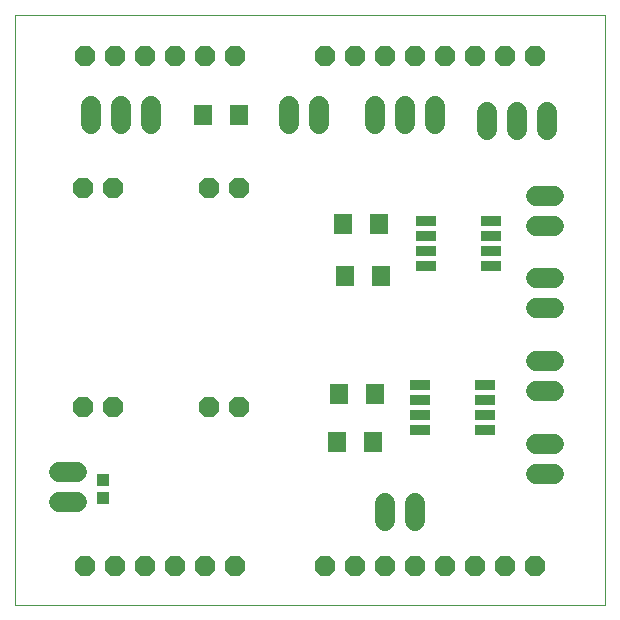
<source format=gts>
G75*
%MOIN*%
%OFA0B0*%
%FSLAX24Y24*%
%IPPOS*%
%LPD*%
%AMOC8*
5,1,8,0,0,1.08239X$1,22.5*
%
%ADD10C,0.0000*%
%ADD11R,0.0395X0.0395*%
%ADD12R,0.0680X0.0320*%
%ADD13C,0.0680*%
%ADD14R,0.0592X0.0710*%
%ADD15OC8,0.0680*%
D10*
X000415Y000100D02*
X000415Y019785D01*
X020100Y019785D01*
X020100Y000100D01*
X000415Y000100D01*
D11*
X003368Y003682D03*
X003368Y004282D03*
D12*
X013926Y005948D03*
X013926Y006448D03*
X013926Y006948D03*
X013926Y007448D03*
X016086Y007448D03*
X016086Y006948D03*
X016086Y006448D03*
X016086Y005948D03*
X016297Y011403D03*
X016297Y011903D03*
X016297Y012403D03*
X016297Y012903D03*
X014137Y012903D03*
X014137Y012403D03*
X014137Y011903D03*
X014137Y011403D03*
D13*
X017781Y010992D02*
X018381Y010992D01*
X018381Y009992D02*
X017781Y009992D01*
X017779Y008236D02*
X018379Y008236D01*
X018379Y007236D02*
X017779Y007236D01*
X017785Y005458D02*
X018385Y005458D01*
X018385Y004458D02*
X017785Y004458D01*
X013762Y003496D02*
X013762Y002896D01*
X012762Y002896D02*
X012762Y003496D01*
X017785Y012742D02*
X018385Y012742D01*
X018385Y013742D02*
X017785Y013742D01*
X018148Y015942D02*
X018148Y016542D01*
X017148Y016542D02*
X017148Y015942D01*
X016148Y015942D02*
X016148Y016542D01*
X014407Y016739D02*
X014407Y016139D01*
X013407Y016139D02*
X013407Y016739D01*
X012407Y016739D02*
X012407Y016139D01*
X010561Y016139D02*
X010561Y016739D01*
X009561Y016739D02*
X009561Y016139D01*
X004959Y016139D02*
X004959Y016739D01*
X003959Y016739D02*
X003959Y016139D01*
X002959Y016139D02*
X002959Y016739D01*
X002487Y004537D02*
X001887Y004537D01*
X001887Y003537D02*
X002487Y003537D01*
D14*
X011168Y005551D03*
X012368Y005551D03*
X012409Y007139D03*
X011209Y007139D03*
X011408Y011069D03*
X012608Y011069D03*
X012547Y012805D03*
X011347Y012805D03*
X007905Y016439D03*
X006705Y016439D03*
D15*
X006750Y018419D03*
X005750Y018419D03*
X004750Y018419D03*
X003750Y018419D03*
X002750Y018419D03*
X002690Y014006D03*
X003690Y014006D03*
X006890Y014006D03*
X007890Y014006D03*
X007750Y018419D03*
X010750Y018419D03*
X011750Y018419D03*
X012750Y018419D03*
X013750Y018419D03*
X014750Y018419D03*
X015750Y018419D03*
X016750Y018419D03*
X017750Y018419D03*
X007890Y006706D03*
X006890Y006706D03*
X003690Y006706D03*
X002690Y006706D03*
X002750Y001419D03*
X003750Y001419D03*
X004750Y001419D03*
X005750Y001419D03*
X006750Y001419D03*
X007750Y001419D03*
X010750Y001419D03*
X011750Y001419D03*
X012750Y001419D03*
X013750Y001419D03*
X014750Y001419D03*
X015750Y001419D03*
X016750Y001419D03*
X017750Y001419D03*
M02*

</source>
